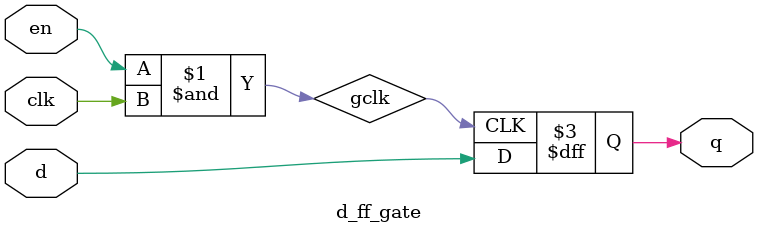
<source format=v>
module d_ff_gate(input d,input clk, input en, output reg q);
  wire gclk;
 assign  gclk = en & clk;
  always @(posedge gclk)
  begin
    q <=d;
  end
endmodule

</source>
